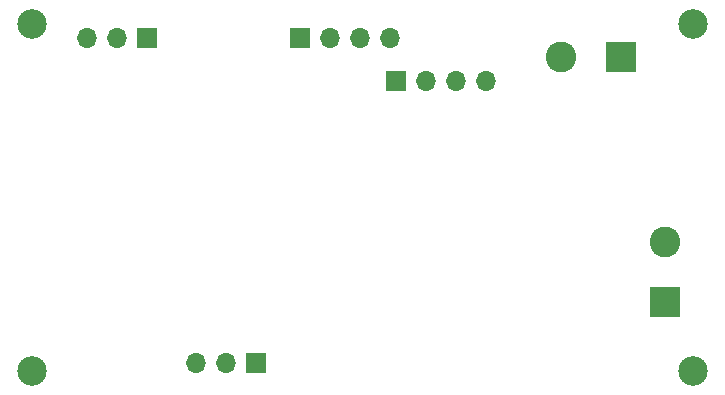
<source format=gbr>
%TF.GenerationSoftware,KiCad,Pcbnew,8.0.1*%
%TF.CreationDate,2024-11-21T12:07:33+07:00*%
%TF.ProjectId,Monitor,4d6f6e69-746f-4722-9e6b-696361645f70,rev?*%
%TF.SameCoordinates,Original*%
%TF.FileFunction,Soldermask,Bot*%
%TF.FilePolarity,Negative*%
%FSLAX46Y46*%
G04 Gerber Fmt 4.6, Leading zero omitted, Abs format (unit mm)*
G04 Created by KiCad (PCBNEW 8.0.1) date 2024-11-21 12:07:33*
%MOMM*%
%LPD*%
G01*
G04 APERTURE LIST*
%ADD10R,2.600000X2.600000*%
%ADD11C,2.600000*%
%ADD12R,1.700000X1.700000*%
%ADD13O,1.700000X1.700000*%
%ADD14C,2.500000*%
G04 APERTURE END LIST*
D10*
%TO.C,J2*%
X101145000Y-96595000D03*
D11*
X96065000Y-96595000D03*
%TD*%
D12*
%TO.C,J5*%
X82120000Y-98700000D03*
D13*
X84660000Y-98700000D03*
X87200000Y-98700000D03*
X89740000Y-98700000D03*
%TD*%
D12*
%TO.C,J6*%
X74000000Y-95000000D03*
D13*
X76540000Y-95000000D03*
X79080000Y-95000000D03*
X81620000Y-95000000D03*
%TD*%
D12*
%TO.C,J1*%
X61025000Y-95000000D03*
D13*
X58485000Y-95000000D03*
X55945000Y-95000000D03*
%TD*%
D14*
%TO.C,H3*%
X107300000Y-93800000D03*
%TD*%
D12*
%TO.C,J3*%
X70240000Y-122500000D03*
D13*
X67700000Y-122500000D03*
X65160000Y-122500000D03*
%TD*%
D14*
%TO.C,H1*%
X51300000Y-93800000D03*
%TD*%
%TO.C,H2*%
X51300000Y-123200000D03*
%TD*%
%TO.C,H4*%
X107300000Y-123200000D03*
%TD*%
D10*
%TO.C,J4*%
X104905000Y-117345000D03*
D11*
X104905000Y-112265000D03*
%TD*%
M02*

</source>
